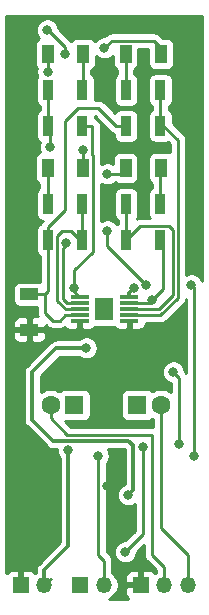
<source format=gbr>
%TF.GenerationSoftware,KiCad,Pcbnew,(5.1.8)-1*%
%TF.CreationDate,2020-11-16T23:50:31-05:00*%
%TF.ProjectId,podemu_customboard,706f6465-6d75-45f6-9375-73746f6d626f,rev?*%
%TF.SameCoordinates,Original*%
%TF.FileFunction,Copper,L1,Top*%
%TF.FilePolarity,Positive*%
%FSLAX46Y46*%
G04 Gerber Fmt 4.6, Leading zero omitted, Abs format (unit mm)*
G04 Created by KiCad (PCBNEW (5.1.8)-1) date 2020-11-16 23:50:31*
%MOMM*%
%LPD*%
G01*
G04 APERTURE LIST*
%TA.AperFunction,SMDPad,CuDef*%
%ADD10R,1.600000X0.300000*%
%TD*%
%TA.AperFunction,SMDPad,CuDef*%
%ADD11R,1.570000X1.880000*%
%TD*%
%TA.AperFunction,ComponentPad*%
%ADD12C,0.400000*%
%TD*%
%TA.AperFunction,ComponentPad*%
%ADD13O,1.350000X1.350000*%
%TD*%
%TA.AperFunction,ComponentPad*%
%ADD14R,1.350000X1.350000*%
%TD*%
%TA.AperFunction,SMDPad,CuDef*%
%ADD15R,1.000000X1.600000*%
%TD*%
%TA.AperFunction,SMDPad,CuDef*%
%ADD16R,0.900000X1.700000*%
%TD*%
%TA.AperFunction,SMDPad,CuDef*%
%ADD17R,1.600000X1.000000*%
%TD*%
%TA.AperFunction,ComponentPad*%
%ADD18C,1.600000*%
%TD*%
%TA.AperFunction,ComponentPad*%
%ADD19R,1.600000X1.600000*%
%TD*%
%TA.AperFunction,ViaPad*%
%ADD20C,0.800000*%
%TD*%
%TA.AperFunction,Conductor*%
%ADD21C,0.250000*%
%TD*%
%TA.AperFunction,Conductor*%
%ADD22C,0.300000*%
%TD*%
%TA.AperFunction,Conductor*%
%ADD23C,0.100000*%
%TD*%
G04 APERTURE END LIST*
D10*
%TO.P,U2,1*%
%TO.N,Net-(C10-Pad1)*%
X172652000Y-119904000D03*
%TO.P,U2,2*%
%TO.N,Net-(R3-Pad1)*%
X172652000Y-120404000D03*
%TO.P,U2,3*%
%TO.N,Net-(R1-Pad1)*%
X172652000Y-120904000D03*
%TO.P,U2,4*%
%TO.N,Net-(C8-Pad1)*%
X172652000Y-121404000D03*
%TO.P,U2,5*%
%TO.N,GND*%
X172652000Y-121904000D03*
%TO.P,U2,6*%
X176852000Y-121904000D03*
%TO.P,U2,7*%
%TO.N,Net-(R2-Pad1)*%
X176852000Y-121404000D03*
%TO.P,U2,8*%
%TO.N,Net-(R4-Pad1)*%
X176852000Y-120904000D03*
%TO.P,U2,9*%
%TO.N,Net-(C9-Pad1)*%
X176852000Y-120404000D03*
%TO.P,U2,10*%
%TO.N,+5V*%
X176852000Y-119904000D03*
D11*
%TO.P,U2,11*%
%TO.N,N/C*%
X174752000Y-120904000D03*
D12*
%TO.P,U2,12*%
X174302000Y-120304000D03*
%TO.P,U2,13*%
X175202000Y-120304000D03*
%TO.P,U2,14*%
X174752000Y-120904000D03*
%TO.P,U2,15*%
X174302000Y-121504000D03*
%TO.P,U2,16*%
X175202000Y-121504000D03*
%TD*%
D13*
%TO.P,L R,3*%
%TO.N,Net-(C9-Pad2)*%
X181832000Y-144272000D03*
%TO.P,L R,2*%
%TO.N,Net-(C10-Pad2)*%
X179832000Y-144272000D03*
D14*
%TO.P,L R,1*%
%TO.N,GND*%
X177832000Y-144272000D03*
%TD*%
D15*
%TO.P,C5,2*%
%TO.N,Net-(BT1-Pad42)*%
X179554000Y-99314000D03*
%TO.P,C5,1*%
%TO.N,Net-(C5-Pad1)*%
X176554000Y-99314000D03*
%TD*%
D16*
%TO.P,R8,2*%
%TO.N,Net-(R2-Pad1)*%
X179504000Y-105410000D03*
%TO.P,R8,1*%
%TO.N,Net-(C8-Pad1)*%
X176604000Y-105410000D03*
%TD*%
%TO.P,R2,1*%
%TO.N,Net-(R2-Pad1)*%
X179504000Y-102362000D03*
%TO.P,R2,2*%
%TO.N,Net-(C5-Pad1)*%
X176604000Y-102362000D03*
%TD*%
D15*
%TO.P,C4,1*%
%TO.N,Net-(C4-Pad1)*%
X169950000Y-108966000D03*
%TO.P,C4,2*%
%TO.N,Net-(BT1-Pad43)*%
X172950000Y-108966000D03*
%TD*%
%TO.P,C6,1*%
%TO.N,Net-(C6-Pad1)*%
X172950000Y-99314000D03*
%TO.P,C6,2*%
%TO.N,Net-(BT1-Pad41)*%
X169950000Y-99314000D03*
%TD*%
%TO.P,C7,2*%
%TO.N,Net-(BT1-Pad40)*%
X176554000Y-108966000D03*
%TO.P,C7,1*%
%TO.N,Net-(C7-Pad1)*%
X179554000Y-108966000D03*
%TD*%
D17*
%TO.P,C8,2*%
%TO.N,GND*%
X168402000Y-122658000D03*
%TO.P,C8,1*%
%TO.N,Net-(C8-Pad1)*%
X168402000Y-119658000D03*
%TD*%
D18*
%TO.P,220uF,2*%
%TO.N,Net-(C9-Pad2)*%
X179546000Y-129032000D03*
D19*
%TO.P,220uF,1*%
%TO.N,Net-(C9-Pad1)*%
X177546000Y-129032000D03*
%TD*%
%TO.P,220uF,1*%
%TO.N,Net-(C10-Pad1)*%
X172212000Y-129032000D03*
D18*
%TO.P,220uF,2*%
%TO.N,Net-(C10-Pad2)*%
X170212000Y-129032000D03*
%TD*%
D13*
%TO.P,- +,2*%
%TO.N,+5V*%
X169672000Y-144272000D03*
D14*
%TO.P,- +,1*%
%TO.N,GND*%
X167672000Y-144272000D03*
%TD*%
D16*
%TO.P,R1,2*%
%TO.N,Net-(C4-Pad1)*%
X170000000Y-112014000D03*
%TO.P,R1,1*%
%TO.N,Net-(R1-Pad1)*%
X172900000Y-112014000D03*
%TD*%
%TO.P,R3,1*%
%TO.N,Net-(R3-Pad1)*%
X170000000Y-102362000D03*
%TO.P,R3,2*%
%TO.N,Net-(C6-Pad1)*%
X172900000Y-102362000D03*
%TD*%
%TO.P,R4,1*%
%TO.N,Net-(R4-Pad1)*%
X176604000Y-112014000D03*
%TO.P,R4,2*%
%TO.N,Net-(C7-Pad1)*%
X179504000Y-112014000D03*
%TD*%
%TO.P,R5,2*%
%TO.N,Net-(C10-Pad1)*%
X172900000Y-105410000D03*
%TO.P,R5,1*%
%TO.N,Net-(R3-Pad1)*%
X170000000Y-105410000D03*
%TD*%
%TO.P,R6,2*%
%TO.N,Net-(R1-Pad1)*%
X172900000Y-115062000D03*
%TO.P,R6,1*%
%TO.N,Net-(C8-Pad1)*%
X170000000Y-115062000D03*
%TD*%
%TO.P,R7,1*%
%TO.N,Net-(R4-Pad1)*%
X176604000Y-115062000D03*
%TO.P,R7,2*%
%TO.N,Net-(C9-Pad1)*%
X179504000Y-115062000D03*
%TD*%
D13*
%TO.P,TX RX,2*%
%TO.N,Net-(BT1-Pad17)*%
X174720000Y-144272000D03*
D14*
%TO.P,TX RX,1*%
%TO.N,Net-(BT1-Pad16)*%
X172720000Y-144272000D03*
%TD*%
D20*
%TO.N,GND*%
X174752000Y-101092000D03*
X175006000Y-107188000D03*
X175006000Y-112014000D03*
X179832000Y-97028000D03*
X167132000Y-124714000D03*
X167132000Y-128524000D03*
X167132000Y-132842000D03*
X167132000Y-141732000D03*
X175514000Y-139192000D03*
X179832000Y-123698000D03*
X167132000Y-117348000D03*
X167132000Y-121158000D03*
X175514000Y-134366000D03*
X174244000Y-126492000D03*
X174498000Y-122936000D03*
X169926000Y-137922000D03*
X175006000Y-135890000D03*
%TO.N,Net-(BT1-Pad16)*%
X178054000Y-132588000D03*
X176530000Y-141478000D03*
X181102000Y-132334000D03*
X175006000Y-114300000D03*
X180594000Y-126238000D03*
X178308000Y-118872000D03*
%TO.N,Net-(BT1-Pad17)*%
X182372000Y-133350000D03*
X174244000Y-133350000D03*
X182118000Y-118872000D03*
%TO.N,+3V3*%
X176784000Y-136652000D03*
X173228000Y-124206000D03*
%TO.N,Net-(BT1-Pad40)*%
X175006000Y-109474000D03*
%TO.N,Net-(BT1-Pad41)*%
X169950000Y-100814000D03*
%TO.N,Net-(BT1-Pad42)*%
X174752000Y-98806000D03*
%TO.N,Net-(BT1-Pad43)*%
X172950000Y-107466000D03*
X171450000Y-99319000D03*
X169926000Y-97282000D03*
%TO.N,+5V*%
X171704000Y-132842000D03*
X177292000Y-119126000D03*
%TO.N,Net-(C9-Pad1)*%
X178816000Y-120142000D03*
%TO.N,Net-(C10-Pad1)*%
X172212000Y-119126000D03*
%TO.N,Net-(R3-Pad1)*%
X171500001Y-115316000D03*
X170180000Y-107188000D03*
%TD*%
D21*
%TO.N,GND*%
X172652000Y-121904000D02*
X172652000Y-122868000D01*
X172652000Y-122868000D02*
X172720000Y-122936000D01*
X172720000Y-122936000D02*
X174498000Y-122936000D01*
X176852000Y-122614000D02*
X176852000Y-121904000D01*
X176530000Y-122936000D02*
X176852000Y-122614000D01*
X174498000Y-122936000D02*
X176530000Y-122936000D01*
%TO.N,Net-(BT1-Pad16)*%
X178054000Y-139954000D02*
X176530000Y-141478000D01*
X178054000Y-132588000D02*
X178054000Y-139954000D01*
X175006000Y-114300000D02*
X175006000Y-115570000D01*
X175006000Y-115570000D02*
X178308000Y-118872000D01*
X181102000Y-126746000D02*
X180594000Y-126238000D01*
X181102000Y-132334000D02*
X181102000Y-126746000D01*
%TO.N,Net-(BT1-Pad17)*%
X182372000Y-133350000D02*
X182372000Y-119126000D01*
X174244000Y-141732000D02*
X174244000Y-133350000D01*
X174720000Y-144272000D02*
X174720000Y-142208000D01*
X174720000Y-142208000D02*
X174244000Y-141732000D01*
D22*
X182118000Y-118872000D02*
X182372000Y-119126000D01*
%TO.N,+3V3*%
X171423874Y-132047008D02*
X171507990Y-132047008D01*
X176789006Y-132047008D02*
X177183999Y-132442001D01*
X171423874Y-132047008D02*
X176789006Y-132047008D01*
X177183999Y-136252001D02*
X176784000Y-136652000D01*
X177183999Y-132442001D02*
X177183999Y-136252001D01*
X168656000Y-130302000D02*
X170401008Y-132047008D01*
X170401008Y-132047008D02*
X171423874Y-132047008D01*
X170688000Y-124206000D02*
X168656000Y-126238000D01*
X168656000Y-126238000D02*
X168656000Y-130302000D01*
X173228000Y-124206000D02*
X170688000Y-124206000D01*
D21*
%TO.N,Net-(BT1-Pad40)*%
X176808000Y-109474000D02*
X175006000Y-109474000D01*
%TO.N,Net-(BT1-Pad41)*%
X169950000Y-99314000D02*
X169950000Y-100814000D01*
%TO.N,Net-(BT1-Pad42)*%
X179554000Y-98782000D02*
X179554000Y-99314000D01*
X178960999Y-98188999D02*
X179554000Y-98782000D01*
X175369001Y-98188999D02*
X178960999Y-98188999D01*
X174752000Y-98806000D02*
X175369001Y-98188999D01*
%TO.N,Net-(BT1-Pad43)*%
X172950000Y-108966000D02*
X172950000Y-107466000D01*
X171450000Y-98753315D02*
X169978685Y-97282000D01*
X171450000Y-99319000D02*
X171450000Y-98753315D01*
X169978685Y-97282000D02*
X169926000Y-97282000D01*
%TO.N,+5V*%
X170194000Y-143750000D02*
X169672000Y-144272000D01*
D22*
X169672000Y-144272000D02*
X169672000Y-143002000D01*
X169672000Y-143002000D02*
X171704000Y-140970000D01*
X171704000Y-140970000D02*
X171704000Y-132842000D01*
X176852000Y-119566000D02*
X177292000Y-119126000D01*
X176852000Y-119904000D02*
X176852000Y-119566000D01*
D21*
%TO.N,Net-(C4-Pad1)*%
X169950000Y-111964000D02*
X170000000Y-112014000D01*
X169950000Y-108966000D02*
X169950000Y-111964000D01*
%TO.N,Net-(C5-Pad1)*%
X176554000Y-99314000D02*
X176554000Y-102312000D01*
X176554000Y-102312000D02*
X176604000Y-102362000D01*
%TO.N,Net-(C6-Pad1)*%
X172950000Y-102312000D02*
X172900000Y-102362000D01*
X172950000Y-99314000D02*
X172950000Y-102312000D01*
%TO.N,Net-(C7-Pad1)*%
X179504000Y-109016000D02*
X179554000Y-108966000D01*
X179504000Y-112014000D02*
X179504000Y-109016000D01*
%TO.N,Net-(C8-Pad1)*%
X170000000Y-115062000D02*
X170000000Y-119415412D01*
X168402000Y-119658000D02*
X169734588Y-119658000D01*
X170000000Y-113962000D02*
X171450000Y-112512000D01*
X170000000Y-115062000D02*
X170000000Y-113962000D01*
X171450000Y-104974998D02*
X172538998Y-103886000D01*
X171450000Y-112512000D02*
X171450000Y-104974998D01*
X169757412Y-119658000D02*
X170000000Y-119415412D01*
X169734588Y-119658000D02*
X169757412Y-119658000D01*
X169757412Y-121243412D02*
X169757412Y-119658000D01*
X170418000Y-121904000D02*
X169757412Y-121243412D01*
X174244000Y-103886000D02*
X175768000Y-105410000D01*
X172538998Y-103886000D02*
X174244000Y-103886000D01*
X175768000Y-105410000D02*
X176604000Y-105410000D01*
X171458000Y-121404000D02*
X170958000Y-121904000D01*
X170958000Y-121904000D02*
X170418000Y-121904000D01*
X172652000Y-121404000D02*
X171458000Y-121404000D01*
%TO.N,Net-(C9-Pad2)*%
X179546000Y-129032000D02*
X179546000Y-139414000D01*
X181832000Y-141700000D02*
X181832000Y-144272000D01*
X179546000Y-139414000D02*
X181832000Y-141700000D01*
%TO.N,Net-(C9-Pad1)*%
X178554000Y-120404000D02*
X176852000Y-120404000D01*
X178816000Y-120142000D02*
X178554000Y-120404000D01*
X179758000Y-119200000D02*
X178816000Y-120142000D01*
X179758000Y-115570000D02*
X179758000Y-119200000D01*
%TO.N,Net-(C10-Pad1)*%
X172900000Y-105410000D02*
X173736000Y-105410000D01*
X173736000Y-107866998D02*
X173775001Y-107905999D01*
X173736000Y-105410000D02*
X173736000Y-107866998D01*
X173775001Y-107905999D02*
X173775001Y-113577001D01*
X172212000Y-119464000D02*
X172652000Y-119904000D01*
X172212000Y-119126000D02*
X172212000Y-119464000D01*
X172212000Y-117635002D02*
X172212000Y-119126000D01*
X173775001Y-116072001D02*
X172212000Y-117635002D01*
X173775001Y-113577001D02*
X173775001Y-116072001D01*
%TO.N,Net-(C10-Pad2)*%
X170212000Y-130163370D02*
X171620630Y-131572000D01*
X170212000Y-129032000D02*
X170212000Y-130163370D01*
X171620630Y-131572000D02*
X178816000Y-131572000D01*
X178816000Y-131572000D02*
X178816000Y-141732000D01*
X179832000Y-142748000D02*
X179832000Y-144272000D01*
X178816000Y-141732000D02*
X179832000Y-142748000D01*
%TO.N,Net-(R1-Pad1)*%
X172900000Y-112014000D02*
X172900000Y-115062000D01*
X172900000Y-115062000D02*
X172720000Y-115062000D01*
X172720000Y-115062000D02*
X171958000Y-114300000D01*
X171465590Y-120904000D02*
X172652000Y-120904000D01*
X170775002Y-120213412D02*
X171465590Y-120904000D01*
X170775001Y-114720999D02*
X170775002Y-120213412D01*
X171196000Y-114300000D02*
X170775001Y-114720999D01*
X171958000Y-114300000D02*
X171196000Y-114300000D01*
%TO.N,Net-(R2-Pad1)*%
X179316000Y-121404000D02*
X176852000Y-121404000D01*
X179340999Y-121428999D02*
X179316000Y-121404000D01*
X179498413Y-121428999D02*
X179340999Y-121428999D01*
X180983010Y-119944402D02*
X179498413Y-121428999D01*
X180983010Y-106635010D02*
X180983010Y-119944402D01*
X179758000Y-105410000D02*
X180983010Y-106635010D01*
X179504000Y-102362000D02*
X179504000Y-105410000D01*
%TO.N,Net-(R3-Pad1)*%
X170000000Y-102362000D02*
X170000000Y-105410000D01*
X171602000Y-120404000D02*
X171225011Y-120027011D01*
X172652000Y-120404000D02*
X171602000Y-120404000D01*
X171225011Y-120027011D02*
X171225010Y-119733400D01*
X171225010Y-119733400D02*
X171225010Y-115794990D01*
X171225010Y-115794990D02*
X171450000Y-115570000D01*
X171450000Y-115366001D02*
X171500001Y-115316000D01*
X171450000Y-115570000D02*
X171450000Y-115366001D01*
X170180000Y-105590000D02*
X170000000Y-105410000D01*
X170180000Y-107188000D02*
X170180000Y-105590000D01*
%TO.N,Net-(R4-Pad1)*%
X176604000Y-115062000D02*
X176604000Y-112014000D01*
X179387002Y-120904000D02*
X176852000Y-120904000D01*
X180533001Y-114205999D02*
X180533001Y-119758001D01*
X180214001Y-113886999D02*
X180533001Y-114205999D01*
X177779001Y-113886999D02*
X180214001Y-113886999D01*
X180533001Y-119758001D02*
X179387002Y-120904000D01*
X176604000Y-115062000D02*
X177779001Y-113886999D01*
%TD*%
%TO.N,GND*%
X176459000Y-135731286D02*
X176322164Y-135787966D01*
X176162473Y-135894668D01*
X176026668Y-136030473D01*
X175919966Y-136190164D01*
X175846468Y-136367603D01*
X175809000Y-136555971D01*
X175809000Y-136748029D01*
X175846468Y-136936397D01*
X175919966Y-137113836D01*
X176026668Y-137273527D01*
X176162473Y-137409332D01*
X176322164Y-137516034D01*
X176499603Y-137589532D01*
X176687971Y-137627000D01*
X176880029Y-137627000D01*
X177068397Y-137589532D01*
X177245836Y-137516034D01*
X177354001Y-137443761D01*
X177354001Y-139664050D01*
X176515051Y-140503000D01*
X176433971Y-140503000D01*
X176245603Y-140540468D01*
X176068164Y-140613966D01*
X175908473Y-140720668D01*
X175772668Y-140856473D01*
X175665966Y-141016164D01*
X175592468Y-141193603D01*
X175555000Y-141381971D01*
X175555000Y-141574029D01*
X175592468Y-141762397D01*
X175665966Y-141939836D01*
X175772668Y-142099527D01*
X175908473Y-142235332D01*
X176068164Y-142342034D01*
X176245603Y-142415532D01*
X176433971Y-142453000D01*
X176626029Y-142453000D01*
X176814397Y-142415532D01*
X176991836Y-142342034D01*
X177151527Y-142235332D01*
X177287332Y-142099527D01*
X177394034Y-141939836D01*
X177467532Y-141762397D01*
X177505000Y-141574029D01*
X177505000Y-141492949D01*
X178116001Y-140881948D01*
X178116001Y-141697603D01*
X178112613Y-141732000D01*
X178126129Y-141869223D01*
X178166155Y-142001174D01*
X178231155Y-142122781D01*
X178296708Y-142202657D01*
X178318631Y-142229370D01*
X178345342Y-142251291D01*
X179132000Y-143037950D01*
X179132000Y-143236363D01*
X179051623Y-143290070D01*
X179029183Y-143248089D01*
X178951080Y-143152920D01*
X178855911Y-143074817D01*
X178747334Y-143016781D01*
X178629521Y-142981043D01*
X178507000Y-142968976D01*
X178113250Y-142972000D01*
X177957000Y-143128250D01*
X177957000Y-144147000D01*
X177977000Y-144147000D01*
X177977000Y-144397000D01*
X177957000Y-144397000D01*
X177957000Y-144417000D01*
X177707000Y-144417000D01*
X177707000Y-144397000D01*
X176688250Y-144397000D01*
X176532000Y-144553250D01*
X176528976Y-144947000D01*
X176541043Y-145069521D01*
X176576781Y-145187334D01*
X176634817Y-145295911D01*
X176712920Y-145391080D01*
X176784714Y-145450000D01*
X175142463Y-145450000D01*
X175312097Y-145379735D01*
X175516828Y-145242938D01*
X175690938Y-145068828D01*
X175827735Y-144864097D01*
X175921963Y-144636611D01*
X175970000Y-144395114D01*
X175970000Y-144148886D01*
X175921963Y-143907389D01*
X175827735Y-143679903D01*
X175772341Y-143597000D01*
X176528976Y-143597000D01*
X176532000Y-143990750D01*
X176688250Y-144147000D01*
X177707000Y-144147000D01*
X177707000Y-143128250D01*
X177550750Y-142972000D01*
X177157000Y-142968976D01*
X177034479Y-142981043D01*
X176916666Y-143016781D01*
X176808089Y-143074817D01*
X176712920Y-143152920D01*
X176634817Y-143248089D01*
X176576781Y-143356666D01*
X176541043Y-143474479D01*
X176528976Y-143597000D01*
X175772341Y-143597000D01*
X175690938Y-143475172D01*
X175516828Y-143301062D01*
X175420000Y-143236364D01*
X175420000Y-142242390D01*
X175423387Y-142208000D01*
X175409872Y-142070776D01*
X175369845Y-141938825D01*
X175304845Y-141817219D01*
X175239292Y-141737342D01*
X175239291Y-141737341D01*
X175217370Y-141710630D01*
X175190658Y-141688708D01*
X174944000Y-141442051D01*
X174944000Y-134028859D01*
X175001332Y-133971527D01*
X175108034Y-133811836D01*
X175181532Y-133634397D01*
X175219000Y-133446029D01*
X175219000Y-133253971D01*
X175181532Y-133065603D01*
X175108034Y-132888164D01*
X175030421Y-132772008D01*
X176458999Y-132772008D01*
X176459000Y-135731286D01*
%TA.AperFunction,Conductor*%
D23*
G36*
X176459000Y-135731286D02*
G01*
X176322164Y-135787966D01*
X176162473Y-135894668D01*
X176026668Y-136030473D01*
X175919966Y-136190164D01*
X175846468Y-136367603D01*
X175809000Y-136555971D01*
X175809000Y-136748029D01*
X175846468Y-136936397D01*
X175919966Y-137113836D01*
X176026668Y-137273527D01*
X176162473Y-137409332D01*
X176322164Y-137516034D01*
X176499603Y-137589532D01*
X176687971Y-137627000D01*
X176880029Y-137627000D01*
X177068397Y-137589532D01*
X177245836Y-137516034D01*
X177354001Y-137443761D01*
X177354001Y-139664050D01*
X176515051Y-140503000D01*
X176433971Y-140503000D01*
X176245603Y-140540468D01*
X176068164Y-140613966D01*
X175908473Y-140720668D01*
X175772668Y-140856473D01*
X175665966Y-141016164D01*
X175592468Y-141193603D01*
X175555000Y-141381971D01*
X175555000Y-141574029D01*
X175592468Y-141762397D01*
X175665966Y-141939836D01*
X175772668Y-142099527D01*
X175908473Y-142235332D01*
X176068164Y-142342034D01*
X176245603Y-142415532D01*
X176433971Y-142453000D01*
X176626029Y-142453000D01*
X176814397Y-142415532D01*
X176991836Y-142342034D01*
X177151527Y-142235332D01*
X177287332Y-142099527D01*
X177394034Y-141939836D01*
X177467532Y-141762397D01*
X177505000Y-141574029D01*
X177505000Y-141492949D01*
X178116001Y-140881948D01*
X178116001Y-141697603D01*
X178112613Y-141732000D01*
X178126129Y-141869223D01*
X178166155Y-142001174D01*
X178231155Y-142122781D01*
X178296708Y-142202657D01*
X178318631Y-142229370D01*
X178345342Y-142251291D01*
X179132000Y-143037950D01*
X179132000Y-143236363D01*
X179051623Y-143290070D01*
X179029183Y-143248089D01*
X178951080Y-143152920D01*
X178855911Y-143074817D01*
X178747334Y-143016781D01*
X178629521Y-142981043D01*
X178507000Y-142968976D01*
X178113250Y-142972000D01*
X177957000Y-143128250D01*
X177957000Y-144147000D01*
X177977000Y-144147000D01*
X177977000Y-144397000D01*
X177957000Y-144397000D01*
X177957000Y-144417000D01*
X177707000Y-144417000D01*
X177707000Y-144397000D01*
X176688250Y-144397000D01*
X176532000Y-144553250D01*
X176528976Y-144947000D01*
X176541043Y-145069521D01*
X176576781Y-145187334D01*
X176634817Y-145295911D01*
X176712920Y-145391080D01*
X176784714Y-145450000D01*
X175142463Y-145450000D01*
X175312097Y-145379735D01*
X175516828Y-145242938D01*
X175690938Y-145068828D01*
X175827735Y-144864097D01*
X175921963Y-144636611D01*
X175970000Y-144395114D01*
X175970000Y-144148886D01*
X175921963Y-143907389D01*
X175827735Y-143679903D01*
X175772341Y-143597000D01*
X176528976Y-143597000D01*
X176532000Y-143990750D01*
X176688250Y-144147000D01*
X177707000Y-144147000D01*
X177707000Y-143128250D01*
X177550750Y-142972000D01*
X177157000Y-142968976D01*
X177034479Y-142981043D01*
X176916666Y-143016781D01*
X176808089Y-143074817D01*
X176712920Y-143152920D01*
X176634817Y-143248089D01*
X176576781Y-143356666D01*
X176541043Y-143474479D01*
X176528976Y-143597000D01*
X175772341Y-143597000D01*
X175690938Y-143475172D01*
X175516828Y-143301062D01*
X175420000Y-143236364D01*
X175420000Y-142242390D01*
X175423387Y-142208000D01*
X175409872Y-142070776D01*
X175369845Y-141938825D01*
X175304845Y-141817219D01*
X175239292Y-141737342D01*
X175239291Y-141737341D01*
X175217370Y-141710630D01*
X175190658Y-141688708D01*
X174944000Y-141442051D01*
X174944000Y-134028859D01*
X175001332Y-133971527D01*
X175108034Y-133811836D01*
X175181532Y-133634397D01*
X175219000Y-133446029D01*
X175219000Y-133253971D01*
X175181532Y-133065603D01*
X175108034Y-132888164D01*
X175030421Y-132772008D01*
X176458999Y-132772008D01*
X176459000Y-135731286D01*
G37*
%TD.AperFunction*%
D21*
X183042001Y-118554935D02*
X182982034Y-118410164D01*
X182875332Y-118250473D01*
X182739527Y-118114668D01*
X182579836Y-118007966D01*
X182402397Y-117934468D01*
X182214029Y-117897000D01*
X182021971Y-117897000D01*
X181833603Y-117934468D01*
X181683010Y-117996846D01*
X181683010Y-106669397D01*
X181686397Y-106635010D01*
X181681077Y-106580998D01*
X181672882Y-106497786D01*
X181632855Y-106365835D01*
X181567855Y-106244229D01*
X181542226Y-106213000D01*
X181502302Y-106164352D01*
X181502297Y-106164347D01*
X181480379Y-106137640D01*
X181453673Y-106115723D01*
X180531782Y-105193833D01*
X180531782Y-104560000D01*
X180520680Y-104447280D01*
X180487801Y-104338892D01*
X180434408Y-104239002D01*
X180362554Y-104151446D01*
X180274998Y-104079592D01*
X180204000Y-104041642D01*
X180204000Y-103730358D01*
X180274998Y-103692408D01*
X180362554Y-103620554D01*
X180434408Y-103532998D01*
X180487801Y-103433108D01*
X180520680Y-103324720D01*
X180531782Y-103212000D01*
X180531782Y-101512000D01*
X180520680Y-101399280D01*
X180487801Y-101290892D01*
X180434408Y-101191002D01*
X180362554Y-101103446D01*
X180274998Y-101031592D01*
X180175108Y-100978199D01*
X180066720Y-100945320D01*
X179954000Y-100934218D01*
X179054000Y-100934218D01*
X178941280Y-100945320D01*
X178832892Y-100978199D01*
X178733002Y-101031592D01*
X178645446Y-101103446D01*
X178573592Y-101191002D01*
X178520199Y-101290892D01*
X178487320Y-101399280D01*
X178476218Y-101512000D01*
X178476218Y-103212000D01*
X178487320Y-103324720D01*
X178520199Y-103433108D01*
X178573592Y-103532998D01*
X178645446Y-103620554D01*
X178733002Y-103692408D01*
X178804000Y-103730358D01*
X178804001Y-104041642D01*
X178733002Y-104079592D01*
X178645446Y-104151446D01*
X178573592Y-104239002D01*
X178520199Y-104338892D01*
X178487320Y-104447280D01*
X178476218Y-104560000D01*
X178476218Y-106260000D01*
X178487320Y-106372720D01*
X178520199Y-106481108D01*
X178573592Y-106580998D01*
X178645446Y-106668554D01*
X178733002Y-106740408D01*
X178832892Y-106793801D01*
X178941280Y-106826680D01*
X179054000Y-106837782D01*
X179954000Y-106837782D01*
X180066720Y-106826680D01*
X180157264Y-106799214D01*
X180283010Y-106924960D01*
X180283010Y-107636423D01*
X180275108Y-107632199D01*
X180166720Y-107599320D01*
X180054000Y-107588218D01*
X179054000Y-107588218D01*
X178941280Y-107599320D01*
X178832892Y-107632199D01*
X178733002Y-107685592D01*
X178645446Y-107757446D01*
X178573592Y-107845002D01*
X178520199Y-107944892D01*
X178487320Y-108053280D01*
X178476218Y-108166000D01*
X178476218Y-109766000D01*
X178487320Y-109878720D01*
X178520199Y-109987108D01*
X178573592Y-110086998D01*
X178645446Y-110174554D01*
X178733002Y-110246408D01*
X178804001Y-110284358D01*
X178804000Y-110645642D01*
X178733002Y-110683592D01*
X178645446Y-110755446D01*
X178573592Y-110843002D01*
X178520199Y-110942892D01*
X178487320Y-111051280D01*
X178476218Y-111164000D01*
X178476218Y-112864000D01*
X178487320Y-112976720D01*
X178520199Y-113085108D01*
X178573592Y-113184998D01*
X178575234Y-113186999D01*
X177813387Y-113186999D01*
X177779000Y-113183612D01*
X177744613Y-113186999D01*
X177744611Y-113186999D01*
X177641777Y-113197127D01*
X177509826Y-113237154D01*
X177477367Y-113254504D01*
X177534408Y-113184998D01*
X177587801Y-113085108D01*
X177620680Y-112976720D01*
X177631782Y-112864000D01*
X177631782Y-111164000D01*
X177620680Y-111051280D01*
X177587801Y-110942892D01*
X177534408Y-110843002D01*
X177462554Y-110755446D01*
X177374998Y-110683592D01*
X177275108Y-110630199D01*
X177166720Y-110597320D01*
X177054000Y-110586218D01*
X176154000Y-110586218D01*
X176041280Y-110597320D01*
X175932892Y-110630199D01*
X175833002Y-110683592D01*
X175745446Y-110755446D01*
X175673592Y-110843002D01*
X175620199Y-110942892D01*
X175587320Y-111051280D01*
X175576218Y-111164000D01*
X175576218Y-112864000D01*
X175587320Y-112976720D01*
X175620199Y-113085108D01*
X175673592Y-113184998D01*
X175745446Y-113272554D01*
X175833002Y-113344408D01*
X175904001Y-113382358D01*
X175904000Y-113693642D01*
X175833002Y-113731592D01*
X175810929Y-113749707D01*
X175763332Y-113678473D01*
X175627527Y-113542668D01*
X175467836Y-113435966D01*
X175290397Y-113362468D01*
X175102029Y-113325000D01*
X174909971Y-113325000D01*
X174721603Y-113362468D01*
X174544164Y-113435966D01*
X174475001Y-113482179D01*
X174475001Y-110291821D01*
X174544164Y-110338034D01*
X174721603Y-110411532D01*
X174909971Y-110449000D01*
X175102029Y-110449000D01*
X175290397Y-110411532D01*
X175467836Y-110338034D01*
X175627527Y-110231332D01*
X175666789Y-110192070D01*
X175733002Y-110246408D01*
X175832892Y-110299801D01*
X175941280Y-110332680D01*
X176054000Y-110343782D01*
X177054000Y-110343782D01*
X177166720Y-110332680D01*
X177275108Y-110299801D01*
X177374998Y-110246408D01*
X177462554Y-110174554D01*
X177534408Y-110086998D01*
X177587801Y-109987108D01*
X177620680Y-109878720D01*
X177631782Y-109766000D01*
X177631782Y-108166000D01*
X177620680Y-108053280D01*
X177587801Y-107944892D01*
X177534408Y-107845002D01*
X177462554Y-107757446D01*
X177374998Y-107685592D01*
X177275108Y-107632199D01*
X177166720Y-107599320D01*
X177054000Y-107588218D01*
X176054000Y-107588218D01*
X175941280Y-107599320D01*
X175832892Y-107632199D01*
X175733002Y-107685592D01*
X175645446Y-107757446D01*
X175573592Y-107845002D01*
X175520199Y-107944892D01*
X175487320Y-108053280D01*
X175476218Y-108166000D01*
X175476218Y-108615567D01*
X175467836Y-108609966D01*
X175290397Y-108536468D01*
X175102029Y-108499000D01*
X174909971Y-108499000D01*
X174721603Y-108536468D01*
X174544164Y-108609966D01*
X174475001Y-108656179D01*
X174475001Y-107940386D01*
X174478388Y-107905999D01*
X174474547Y-107866998D01*
X174464873Y-107768775D01*
X174436000Y-107673594D01*
X174436000Y-105444390D01*
X174439387Y-105410000D01*
X174425872Y-105272776D01*
X174385845Y-105140825D01*
X174320845Y-105019219D01*
X174233370Y-104912630D01*
X174126781Y-104825155D01*
X174005175Y-104760155D01*
X173927782Y-104736678D01*
X173927782Y-104586000D01*
X173954051Y-104586000D01*
X175248704Y-105880653D01*
X175270630Y-105907370D01*
X175377219Y-105994845D01*
X175498825Y-106059845D01*
X175576218Y-106083322D01*
X175576218Y-106260000D01*
X175587320Y-106372720D01*
X175620199Y-106481108D01*
X175673592Y-106580998D01*
X175745446Y-106668554D01*
X175833002Y-106740408D01*
X175932892Y-106793801D01*
X176041280Y-106826680D01*
X176154000Y-106837782D01*
X177054000Y-106837782D01*
X177166720Y-106826680D01*
X177275108Y-106793801D01*
X177374998Y-106740408D01*
X177462554Y-106668554D01*
X177534408Y-106580998D01*
X177587801Y-106481108D01*
X177620680Y-106372720D01*
X177631782Y-106260000D01*
X177631782Y-104560000D01*
X177620680Y-104447280D01*
X177587801Y-104338892D01*
X177534408Y-104239002D01*
X177462554Y-104151446D01*
X177374998Y-104079592D01*
X177275108Y-104026199D01*
X177166720Y-103993320D01*
X177054000Y-103982218D01*
X176154000Y-103982218D01*
X176041280Y-103993320D01*
X175932892Y-104026199D01*
X175833002Y-104079592D01*
X175745446Y-104151446D01*
X175673592Y-104239002D01*
X175643412Y-104295463D01*
X174763296Y-103415347D01*
X174741370Y-103388630D01*
X174634781Y-103301155D01*
X174513175Y-103236155D01*
X174381224Y-103196128D01*
X174278390Y-103186000D01*
X174278387Y-103186000D01*
X174244000Y-103182613D01*
X174209613Y-103186000D01*
X173927782Y-103186000D01*
X173927782Y-101512000D01*
X173916680Y-101399280D01*
X173883801Y-101290892D01*
X173830408Y-101191002D01*
X173758554Y-101103446D01*
X173670998Y-101031592D01*
X173650000Y-101020368D01*
X173650000Y-100654204D01*
X173671108Y-100647801D01*
X173770998Y-100594408D01*
X173858554Y-100522554D01*
X173930408Y-100434998D01*
X173983801Y-100335108D01*
X174016680Y-100226720D01*
X174027782Y-100114000D01*
X174027782Y-99460641D01*
X174130473Y-99563332D01*
X174290164Y-99670034D01*
X174467603Y-99743532D01*
X174655971Y-99781000D01*
X174848029Y-99781000D01*
X175036397Y-99743532D01*
X175213836Y-99670034D01*
X175373527Y-99563332D01*
X175476218Y-99460641D01*
X175476218Y-100114000D01*
X175487320Y-100226720D01*
X175520199Y-100335108D01*
X175573592Y-100434998D01*
X175645446Y-100522554D01*
X175733002Y-100594408D01*
X175832892Y-100647801D01*
X175854000Y-100654204D01*
X175854001Y-101020368D01*
X175833002Y-101031592D01*
X175745446Y-101103446D01*
X175673592Y-101191002D01*
X175620199Y-101290892D01*
X175587320Y-101399280D01*
X175576218Y-101512000D01*
X175576218Y-103212000D01*
X175587320Y-103324720D01*
X175620199Y-103433108D01*
X175673592Y-103532998D01*
X175745446Y-103620554D01*
X175833002Y-103692408D01*
X175932892Y-103745801D01*
X176041280Y-103778680D01*
X176154000Y-103789782D01*
X177054000Y-103789782D01*
X177166720Y-103778680D01*
X177275108Y-103745801D01*
X177374998Y-103692408D01*
X177462554Y-103620554D01*
X177534408Y-103532998D01*
X177587801Y-103433108D01*
X177620680Y-103324720D01*
X177631782Y-103212000D01*
X177631782Y-101512000D01*
X177620680Y-101399280D01*
X177587801Y-101290892D01*
X177534408Y-101191002D01*
X177462554Y-101103446D01*
X177374998Y-101031592D01*
X177275108Y-100978199D01*
X177254000Y-100971796D01*
X177254000Y-100654204D01*
X177275108Y-100647801D01*
X177374998Y-100594408D01*
X177462554Y-100522554D01*
X177534408Y-100434998D01*
X177587801Y-100335108D01*
X177620680Y-100226720D01*
X177631782Y-100114000D01*
X177631782Y-98888999D01*
X178476218Y-98888999D01*
X178476218Y-100114000D01*
X178487320Y-100226720D01*
X178520199Y-100335108D01*
X178573592Y-100434998D01*
X178645446Y-100522554D01*
X178733002Y-100594408D01*
X178832892Y-100647801D01*
X178941280Y-100680680D01*
X179054000Y-100691782D01*
X180054000Y-100691782D01*
X180166720Y-100680680D01*
X180275108Y-100647801D01*
X180374998Y-100594408D01*
X180462554Y-100522554D01*
X180534408Y-100434998D01*
X180587801Y-100335108D01*
X180620680Y-100226720D01*
X180631782Y-100114000D01*
X180631782Y-98514000D01*
X180620680Y-98401280D01*
X180587801Y-98292892D01*
X180534408Y-98193002D01*
X180462554Y-98105446D01*
X180374998Y-98033592D01*
X180275108Y-97980199D01*
X180166720Y-97947320D01*
X180054000Y-97936218D01*
X179698167Y-97936218D01*
X179480295Y-97718346D01*
X179458369Y-97691629D01*
X179351780Y-97604154D01*
X179230174Y-97539154D01*
X179098223Y-97499127D01*
X178995389Y-97488999D01*
X178995386Y-97488999D01*
X178960999Y-97485612D01*
X178926612Y-97488999D01*
X175403387Y-97488999D01*
X175369000Y-97485612D01*
X175334613Y-97488999D01*
X175334611Y-97488999D01*
X175231777Y-97499127D01*
X175099826Y-97539154D01*
X174978219Y-97604154D01*
X174898343Y-97669707D01*
X174871631Y-97691629D01*
X174849709Y-97718341D01*
X174737050Y-97831000D01*
X174655971Y-97831000D01*
X174467603Y-97868468D01*
X174290164Y-97941966D01*
X174130473Y-98048668D01*
X173994668Y-98184473D01*
X173956435Y-98241694D01*
X173930408Y-98193002D01*
X173858554Y-98105446D01*
X173770998Y-98033592D01*
X173671108Y-97980199D01*
X173562720Y-97947320D01*
X173450000Y-97936218D01*
X172450000Y-97936218D01*
X172337280Y-97947320D01*
X172228892Y-97980199D01*
X172129002Y-98033592D01*
X172041446Y-98105446D01*
X171969592Y-98193002D01*
X171939431Y-98249429D01*
X171920658Y-98234023D01*
X170901000Y-97214366D01*
X170901000Y-97185971D01*
X170863532Y-96997603D01*
X170790034Y-96820164D01*
X170683332Y-96660473D01*
X170547527Y-96524668D01*
X170387836Y-96417966D01*
X170210397Y-96344468D01*
X170022029Y-96307000D01*
X169829971Y-96307000D01*
X169641603Y-96344468D01*
X169464164Y-96417966D01*
X169304473Y-96524668D01*
X169168668Y-96660473D01*
X169061966Y-96820164D01*
X168988468Y-96997603D01*
X168951000Y-97185971D01*
X168951000Y-97378029D01*
X168988468Y-97566397D01*
X169061966Y-97743836D01*
X169168668Y-97903527D01*
X169241512Y-97976371D01*
X169228892Y-97980199D01*
X169129002Y-98033592D01*
X169041446Y-98105446D01*
X168969592Y-98193002D01*
X168916199Y-98292892D01*
X168883320Y-98401280D01*
X168872218Y-98514000D01*
X168872218Y-100114000D01*
X168883320Y-100226720D01*
X168916199Y-100335108D01*
X168969592Y-100434998D01*
X169024129Y-100501452D01*
X169012468Y-100529603D01*
X168975000Y-100717971D01*
X168975000Y-100910029D01*
X169012468Y-101098397D01*
X169059019Y-101210782D01*
X169016199Y-101290892D01*
X168983320Y-101399280D01*
X168972218Y-101512000D01*
X168972218Y-103212000D01*
X168983320Y-103324720D01*
X169016199Y-103433108D01*
X169069592Y-103532998D01*
X169141446Y-103620554D01*
X169229002Y-103692408D01*
X169300000Y-103730358D01*
X169300001Y-104041642D01*
X169229002Y-104079592D01*
X169141446Y-104151446D01*
X169069592Y-104239002D01*
X169016199Y-104338892D01*
X168983320Y-104447280D01*
X168972218Y-104560000D01*
X168972218Y-106260000D01*
X168983320Y-106372720D01*
X169016199Y-106481108D01*
X169069592Y-106580998D01*
X169141446Y-106668554D01*
X169229002Y-106740408D01*
X169295371Y-106775884D01*
X169242468Y-106903603D01*
X169205000Y-107091971D01*
X169205000Y-107284029D01*
X169242468Y-107472397D01*
X169299756Y-107610703D01*
X169228892Y-107632199D01*
X169129002Y-107685592D01*
X169041446Y-107757446D01*
X168969592Y-107845002D01*
X168916199Y-107944892D01*
X168883320Y-108053280D01*
X168872218Y-108166000D01*
X168872218Y-109766000D01*
X168883320Y-109878720D01*
X168916199Y-109987108D01*
X168969592Y-110086998D01*
X169041446Y-110174554D01*
X169129002Y-110246408D01*
X169228892Y-110299801D01*
X169250000Y-110306204D01*
X169250001Y-110672368D01*
X169229002Y-110683592D01*
X169141446Y-110755446D01*
X169069592Y-110843002D01*
X169016199Y-110942892D01*
X168983320Y-111051280D01*
X168972218Y-111164000D01*
X168972218Y-112864000D01*
X168983320Y-112976720D01*
X169016199Y-113085108D01*
X169069592Y-113184998D01*
X169141446Y-113272554D01*
X169229002Y-113344408D01*
X169328892Y-113397801D01*
X169437280Y-113430680D01*
X169532038Y-113440013D01*
X169529342Y-113442709D01*
X169502631Y-113464630D01*
X169480710Y-113491341D01*
X169480708Y-113491343D01*
X169415155Y-113571219D01*
X169363601Y-113667670D01*
X169328892Y-113678199D01*
X169229002Y-113731592D01*
X169141446Y-113803446D01*
X169069592Y-113891002D01*
X169016199Y-113990892D01*
X168983320Y-114099280D01*
X168972218Y-114212000D01*
X168972218Y-115912000D01*
X168983320Y-116024720D01*
X169016199Y-116133108D01*
X169069592Y-116232998D01*
X169141446Y-116320554D01*
X169229002Y-116392408D01*
X169300000Y-116430358D01*
X169300001Y-118589870D01*
X169202000Y-118580218D01*
X167602000Y-118580218D01*
X167489280Y-118591320D01*
X167380892Y-118624199D01*
X167281002Y-118677592D01*
X167193446Y-118749446D01*
X167121592Y-118837002D01*
X167068199Y-118936892D01*
X167035320Y-119045280D01*
X167024218Y-119158000D01*
X167024218Y-120158000D01*
X167035320Y-120270720D01*
X167068199Y-120379108D01*
X167121592Y-120478998D01*
X167193446Y-120566554D01*
X167281002Y-120638408D01*
X167380892Y-120691801D01*
X167489280Y-120724680D01*
X167602000Y-120735782D01*
X169057412Y-120735782D01*
X169057412Y-121209025D01*
X169054025Y-121243412D01*
X169057412Y-121277799D01*
X169057412Y-121277801D01*
X169067540Y-121380635D01*
X169083529Y-121433343D01*
X169107567Y-121512586D01*
X169117127Y-121530471D01*
X168683250Y-121533000D01*
X168527000Y-121689250D01*
X168527000Y-122533000D01*
X169670750Y-122533000D01*
X169827000Y-122376750D01*
X169828006Y-122303955D01*
X169898704Y-122374653D01*
X169920630Y-122401370D01*
X170027219Y-122488845D01*
X170148825Y-122553845D01*
X170238445Y-122581031D01*
X170280776Y-122593872D01*
X170418000Y-122607387D01*
X170452390Y-122604000D01*
X170923613Y-122604000D01*
X170958000Y-122607387D01*
X170992387Y-122604000D01*
X170992390Y-122604000D01*
X171095224Y-122593872D01*
X171227175Y-122553845D01*
X171348781Y-122488845D01*
X171379726Y-122463449D01*
X171414200Y-122504273D01*
X171510456Y-122581031D01*
X171619838Y-122637536D01*
X171738141Y-122671617D01*
X171860820Y-122681962D01*
X172370750Y-122679000D01*
X172527000Y-122522750D01*
X172527000Y-122131782D01*
X172777000Y-122131782D01*
X172777000Y-122522750D01*
X172933250Y-122679000D01*
X173443180Y-122681962D01*
X173565859Y-122671617D01*
X173684162Y-122637536D01*
X173793544Y-122581031D01*
X173889800Y-122504273D01*
X173960038Y-122421096D01*
X173967000Y-122421782D01*
X175537000Y-122421782D01*
X175543962Y-122421096D01*
X175614200Y-122504273D01*
X175710456Y-122581031D01*
X175819838Y-122637536D01*
X175938141Y-122671617D01*
X176060820Y-122681962D01*
X176570750Y-122679000D01*
X176727000Y-122522750D01*
X176727000Y-122131782D01*
X176977000Y-122131782D01*
X176977000Y-122522750D01*
X177133250Y-122679000D01*
X177643180Y-122681962D01*
X177765859Y-122671617D01*
X177884162Y-122637536D01*
X177993544Y-122581031D01*
X178089800Y-122504273D01*
X178169231Y-122410210D01*
X178228786Y-122302459D01*
X178266175Y-122185160D01*
X178274968Y-122104000D01*
X179154752Y-122104000D01*
X179203775Y-122118871D01*
X179306609Y-122128999D01*
X179306612Y-122128999D01*
X179340999Y-122132386D01*
X179375386Y-122128999D01*
X179464026Y-122128999D01*
X179498413Y-122132386D01*
X179532800Y-122128999D01*
X179532803Y-122128999D01*
X179635637Y-122118871D01*
X179767588Y-122078844D01*
X179889194Y-122013844D01*
X179995783Y-121926369D01*
X180017709Y-121899652D01*
X181453663Y-120463698D01*
X181480380Y-120441772D01*
X181549130Y-120358000D01*
X181567855Y-120335184D01*
X181632855Y-120213577D01*
X181645549Y-120171731D01*
X181672001Y-120084530D01*
X181672000Y-126337131D01*
X181599370Y-126248630D01*
X181572653Y-126226704D01*
X181569000Y-126223051D01*
X181569000Y-126141971D01*
X181531532Y-125953603D01*
X181458034Y-125776164D01*
X181351332Y-125616473D01*
X181215527Y-125480668D01*
X181055836Y-125373966D01*
X180878397Y-125300468D01*
X180690029Y-125263000D01*
X180497971Y-125263000D01*
X180309603Y-125300468D01*
X180132164Y-125373966D01*
X179972473Y-125480668D01*
X179836668Y-125616473D01*
X179729966Y-125776164D01*
X179656468Y-125953603D01*
X179619000Y-126141971D01*
X179619000Y-126334029D01*
X179656468Y-126522397D01*
X179729966Y-126699836D01*
X179836668Y-126859527D01*
X179972473Y-126995332D01*
X180132164Y-127102034D01*
X180309603Y-127175532D01*
X180402001Y-127193911D01*
X180402001Y-127950263D01*
X180197307Y-127813491D01*
X179947073Y-127709841D01*
X179681426Y-127657000D01*
X179410574Y-127657000D01*
X179144927Y-127709841D01*
X178894693Y-127813491D01*
X178798908Y-127877493D01*
X178754554Y-127823446D01*
X178666998Y-127751592D01*
X178567108Y-127698199D01*
X178458720Y-127665320D01*
X178346000Y-127654218D01*
X176746000Y-127654218D01*
X176633280Y-127665320D01*
X176524892Y-127698199D01*
X176425002Y-127751592D01*
X176337446Y-127823446D01*
X176265592Y-127911002D01*
X176212199Y-128010892D01*
X176179320Y-128119280D01*
X176168218Y-128232000D01*
X176168218Y-129832000D01*
X176179320Y-129944720D01*
X176212199Y-130053108D01*
X176265592Y-130152998D01*
X176337446Y-130240554D01*
X176425002Y-130312408D01*
X176524892Y-130365801D01*
X176633280Y-130398680D01*
X176746000Y-130409782D01*
X178346000Y-130409782D01*
X178458720Y-130398680D01*
X178567108Y-130365801D01*
X178666998Y-130312408D01*
X178754554Y-130240554D01*
X178798908Y-130186507D01*
X178846000Y-130217973D01*
X178846000Y-130871568D01*
X178816000Y-130868613D01*
X178781610Y-130872000D01*
X171910580Y-130872000D01*
X171448362Y-130409782D01*
X173012000Y-130409782D01*
X173124720Y-130398680D01*
X173233108Y-130365801D01*
X173332998Y-130312408D01*
X173420554Y-130240554D01*
X173492408Y-130152998D01*
X173545801Y-130053108D01*
X173578680Y-129944720D01*
X173589782Y-129832000D01*
X173589782Y-128232000D01*
X173578680Y-128119280D01*
X173545801Y-128010892D01*
X173492408Y-127911002D01*
X173420554Y-127823446D01*
X173332998Y-127751592D01*
X173233108Y-127698199D01*
X173124720Y-127665320D01*
X173012000Y-127654218D01*
X171412000Y-127654218D01*
X171299280Y-127665320D01*
X171190892Y-127698199D01*
X171091002Y-127751592D01*
X171003446Y-127823446D01*
X170959092Y-127877493D01*
X170863307Y-127813491D01*
X170613073Y-127709841D01*
X170347426Y-127657000D01*
X170076574Y-127657000D01*
X169810927Y-127709841D01*
X169560693Y-127813491D01*
X169381000Y-127933558D01*
X169381000Y-126538304D01*
X170988305Y-124931000D01*
X172574141Y-124931000D01*
X172606473Y-124963332D01*
X172766164Y-125070034D01*
X172943603Y-125143532D01*
X173131971Y-125181000D01*
X173324029Y-125181000D01*
X173512397Y-125143532D01*
X173689836Y-125070034D01*
X173849527Y-124963332D01*
X173985332Y-124827527D01*
X174092034Y-124667836D01*
X174165532Y-124490397D01*
X174203000Y-124302029D01*
X174203000Y-124109971D01*
X174165532Y-123921603D01*
X174092034Y-123744164D01*
X173985332Y-123584473D01*
X173849527Y-123448668D01*
X173689836Y-123341966D01*
X173512397Y-123268468D01*
X173324029Y-123231000D01*
X173131971Y-123231000D01*
X172943603Y-123268468D01*
X172766164Y-123341966D01*
X172606473Y-123448668D01*
X172574141Y-123481000D01*
X170723597Y-123481000D01*
X170688000Y-123477494D01*
X170652403Y-123481000D01*
X170652393Y-123481000D01*
X170545875Y-123491491D01*
X170409212Y-123532947D01*
X170283263Y-123600269D01*
X170200525Y-123668170D01*
X170200523Y-123668172D01*
X170172868Y-123690868D01*
X170150172Y-123718523D01*
X168168524Y-125700172D01*
X168140868Y-125722869D01*
X168050269Y-125833264D01*
X167982947Y-125959213D01*
X167941491Y-126095876D01*
X167931000Y-126202394D01*
X167931000Y-126202403D01*
X167927494Y-126238000D01*
X167931000Y-126273597D01*
X167931001Y-130266393D01*
X167927494Y-130302000D01*
X167931001Y-130337607D01*
X167940352Y-130432545D01*
X167941492Y-130444124D01*
X167982947Y-130580787D01*
X168050269Y-130706736D01*
X168118170Y-130789474D01*
X168118173Y-130789477D01*
X168140869Y-130817132D01*
X168168523Y-130839827D01*
X169863180Y-132534485D01*
X169885876Y-132562140D01*
X169913531Y-132584836D01*
X169913533Y-132584838D01*
X169923074Y-132592668D01*
X169996271Y-132652739D01*
X170122220Y-132720061D01*
X170258883Y-132761517D01*
X170365401Y-132772008D01*
X170365411Y-132772008D01*
X170401008Y-132775514D01*
X170436605Y-132772008D01*
X170729000Y-132772008D01*
X170729000Y-132938029D01*
X170766468Y-133126397D01*
X170839966Y-133303836D01*
X170946668Y-133463527D01*
X170979001Y-133495860D01*
X170979000Y-140669695D01*
X169184523Y-142464173D01*
X169156869Y-142486868D01*
X169134173Y-142514523D01*
X169134170Y-142514526D01*
X169066269Y-142597264D01*
X168998947Y-142723213D01*
X168977825Y-142792845D01*
X168957492Y-142859875D01*
X168953750Y-142897872D01*
X168943494Y-143002000D01*
X168947001Y-143037607D01*
X168947001Y-143253067D01*
X168891623Y-143290070D01*
X168869183Y-143248089D01*
X168791080Y-143152920D01*
X168695911Y-143074817D01*
X168587334Y-143016781D01*
X168469521Y-142981043D01*
X168347000Y-142968976D01*
X167953250Y-142972000D01*
X167797000Y-143128250D01*
X167797000Y-144147000D01*
X167817000Y-144147000D01*
X167817000Y-144397000D01*
X167797000Y-144397000D01*
X167797000Y-144417000D01*
X167547000Y-144417000D01*
X167547000Y-144397000D01*
X167527000Y-144397000D01*
X167527000Y-144147000D01*
X167547000Y-144147000D01*
X167547000Y-143128250D01*
X167390750Y-142972000D01*
X166997000Y-142968976D01*
X166874479Y-142981043D01*
X166756666Y-143016781D01*
X166648089Y-143074817D01*
X166552920Y-143152920D01*
X166474817Y-143248089D01*
X166462000Y-143272068D01*
X166462000Y-123158000D01*
X166973976Y-123158000D01*
X166986043Y-123280521D01*
X167021781Y-123398334D01*
X167079817Y-123506911D01*
X167157920Y-123602080D01*
X167253089Y-123680183D01*
X167361666Y-123738219D01*
X167479479Y-123773957D01*
X167602000Y-123786024D01*
X168120750Y-123783000D01*
X168277000Y-123626750D01*
X168277000Y-122783000D01*
X168527000Y-122783000D01*
X168527000Y-123626750D01*
X168683250Y-123783000D01*
X169202000Y-123786024D01*
X169324521Y-123773957D01*
X169442334Y-123738219D01*
X169550911Y-123680183D01*
X169646080Y-123602080D01*
X169724183Y-123506911D01*
X169782219Y-123398334D01*
X169817957Y-123280521D01*
X169830024Y-123158000D01*
X169827000Y-122939250D01*
X169670750Y-122783000D01*
X168527000Y-122783000D01*
X168277000Y-122783000D01*
X167133250Y-122783000D01*
X166977000Y-122939250D01*
X166973976Y-123158000D01*
X166462000Y-123158000D01*
X166462000Y-122158000D01*
X166973976Y-122158000D01*
X166977000Y-122376750D01*
X167133250Y-122533000D01*
X168277000Y-122533000D01*
X168277000Y-121689250D01*
X168120750Y-121533000D01*
X167602000Y-121529976D01*
X167479479Y-121542043D01*
X167361666Y-121577781D01*
X167253089Y-121635817D01*
X167157920Y-121713920D01*
X167079817Y-121809089D01*
X167021781Y-121917666D01*
X166986043Y-122035479D01*
X166973976Y-122158000D01*
X166462000Y-122158000D01*
X166462000Y-96104000D01*
X183042001Y-96104000D01*
X183042001Y-118554935D01*
%TA.AperFunction,Conductor*%
D23*
G36*
X183042001Y-118554935D02*
G01*
X182982034Y-118410164D01*
X182875332Y-118250473D01*
X182739527Y-118114668D01*
X182579836Y-118007966D01*
X182402397Y-117934468D01*
X182214029Y-117897000D01*
X182021971Y-117897000D01*
X181833603Y-117934468D01*
X181683010Y-117996846D01*
X181683010Y-106669397D01*
X181686397Y-106635010D01*
X181681077Y-106580998D01*
X181672882Y-106497786D01*
X181632855Y-106365835D01*
X181567855Y-106244229D01*
X181542226Y-106213000D01*
X181502302Y-106164352D01*
X181502297Y-106164347D01*
X181480379Y-106137640D01*
X181453673Y-106115723D01*
X180531782Y-105193833D01*
X180531782Y-104560000D01*
X180520680Y-104447280D01*
X180487801Y-104338892D01*
X180434408Y-104239002D01*
X180362554Y-104151446D01*
X180274998Y-104079592D01*
X180204000Y-104041642D01*
X180204000Y-103730358D01*
X180274998Y-103692408D01*
X180362554Y-103620554D01*
X180434408Y-103532998D01*
X180487801Y-103433108D01*
X180520680Y-103324720D01*
X180531782Y-103212000D01*
X180531782Y-101512000D01*
X180520680Y-101399280D01*
X180487801Y-101290892D01*
X180434408Y-101191002D01*
X180362554Y-101103446D01*
X180274998Y-101031592D01*
X180175108Y-100978199D01*
X180066720Y-100945320D01*
X179954000Y-100934218D01*
X179054000Y-100934218D01*
X178941280Y-100945320D01*
X178832892Y-100978199D01*
X178733002Y-101031592D01*
X178645446Y-101103446D01*
X178573592Y-101191002D01*
X178520199Y-101290892D01*
X178487320Y-101399280D01*
X178476218Y-101512000D01*
X178476218Y-103212000D01*
X178487320Y-103324720D01*
X178520199Y-103433108D01*
X178573592Y-103532998D01*
X178645446Y-103620554D01*
X178733002Y-103692408D01*
X178804000Y-103730358D01*
X178804001Y-104041642D01*
X178733002Y-104079592D01*
X178645446Y-104151446D01*
X178573592Y-104239002D01*
X178520199Y-104338892D01*
X178487320Y-104447280D01*
X178476218Y-104560000D01*
X178476218Y-106260000D01*
X178487320Y-106372720D01*
X178520199Y-106481108D01*
X178573592Y-106580998D01*
X178645446Y-106668554D01*
X178733002Y-106740408D01*
X178832892Y-106793801D01*
X178941280Y-106826680D01*
X179054000Y-106837782D01*
X179954000Y-106837782D01*
X180066720Y-106826680D01*
X180157264Y-106799214D01*
X180283010Y-106924960D01*
X180283010Y-107636423D01*
X180275108Y-107632199D01*
X180166720Y-107599320D01*
X180054000Y-107588218D01*
X179054000Y-107588218D01*
X178941280Y-107599320D01*
X178832892Y-107632199D01*
X178733002Y-107685592D01*
X178645446Y-107757446D01*
X178573592Y-107845002D01*
X178520199Y-107944892D01*
X178487320Y-108053280D01*
X178476218Y-108166000D01*
X178476218Y-109766000D01*
X178487320Y-109878720D01*
X178520199Y-109987108D01*
X178573592Y-110086998D01*
X178645446Y-110174554D01*
X178733002Y-110246408D01*
X178804001Y-110284358D01*
X178804000Y-110645642D01*
X178733002Y-110683592D01*
X178645446Y-110755446D01*
X178573592Y-110843002D01*
X178520199Y-110942892D01*
X178487320Y-111051280D01*
X178476218Y-111164000D01*
X178476218Y-112864000D01*
X178487320Y-112976720D01*
X178520199Y-113085108D01*
X178573592Y-113184998D01*
X178575234Y-113186999D01*
X177813387Y-113186999D01*
X177779000Y-113183612D01*
X177744613Y-113186999D01*
X177744611Y-113186999D01*
X177641777Y-113197127D01*
X177509826Y-113237154D01*
X177477367Y-113254504D01*
X177534408Y-113184998D01*
X177587801Y-113085108D01*
X177620680Y-112976720D01*
X177631782Y-112864000D01*
X177631782Y-111164000D01*
X177620680Y-111051280D01*
X177587801Y-110942892D01*
X177534408Y-110843002D01*
X177462554Y-110755446D01*
X177374998Y-110683592D01*
X177275108Y-110630199D01*
X177166720Y-110597320D01*
X177054000Y-110586218D01*
X176154000Y-110586218D01*
X176041280Y-110597320D01*
X175932892Y-110630199D01*
X175833002Y-110683592D01*
X175745446Y-110755446D01*
X175673592Y-110843002D01*
X175620199Y-110942892D01*
X175587320Y-111051280D01*
X175576218Y-111164000D01*
X175576218Y-112864000D01*
X175587320Y-112976720D01*
X175620199Y-113085108D01*
X175673592Y-113184998D01*
X175745446Y-113272554D01*
X175833002Y-113344408D01*
X175904001Y-113382358D01*
X175904000Y-113693642D01*
X175833002Y-113731592D01*
X175810929Y-113749707D01*
X175763332Y-113678473D01*
X175627527Y-113542668D01*
X175467836Y-113435966D01*
X175290397Y-113362468D01*
X175102029Y-113325000D01*
X174909971Y-113325000D01*
X174721603Y-113362468D01*
X174544164Y-113435966D01*
X174475001Y-113482179D01*
X174475001Y-110291821D01*
X174544164Y-110338034D01*
X174721603Y-110411532D01*
X174909971Y-110449000D01*
X175102029Y-110449000D01*
X175290397Y-110411532D01*
X175467836Y-110338034D01*
X175627527Y-110231332D01*
X175666789Y-110192070D01*
X175733002Y-110246408D01*
X175832892Y-110299801D01*
X175941280Y-110332680D01*
X176054000Y-110343782D01*
X177054000Y-110343782D01*
X177166720Y-110332680D01*
X177275108Y-110299801D01*
X177374998Y-110246408D01*
X177462554Y-110174554D01*
X177534408Y-110086998D01*
X177587801Y-109987108D01*
X177620680Y-109878720D01*
X177631782Y-109766000D01*
X177631782Y-108166000D01*
X177620680Y-108053280D01*
X177587801Y-107944892D01*
X177534408Y-107845002D01*
X177462554Y-107757446D01*
X177374998Y-107685592D01*
X177275108Y-107632199D01*
X177166720Y-107599320D01*
X177054000Y-107588218D01*
X176054000Y-107588218D01*
X175941280Y-107599320D01*
X175832892Y-107632199D01*
X175733002Y-107685592D01*
X175645446Y-107757446D01*
X175573592Y-107845002D01*
X175520199Y-107944892D01*
X175487320Y-108053280D01*
X175476218Y-108166000D01*
X175476218Y-108615567D01*
X175467836Y-108609966D01*
X175290397Y-108536468D01*
X175102029Y-108499000D01*
X174909971Y-108499000D01*
X174721603Y-108536468D01*
X174544164Y-108609966D01*
X174475001Y-108656179D01*
X174475001Y-107940386D01*
X174478388Y-107905999D01*
X174474547Y-107866998D01*
X174464873Y-107768775D01*
X174436000Y-107673594D01*
X174436000Y-105444390D01*
X174439387Y-105410000D01*
X174425872Y-105272776D01*
X174385845Y-105140825D01*
X174320845Y-105019219D01*
X174233370Y-104912630D01*
X174126781Y-104825155D01*
X174005175Y-104760155D01*
X173927782Y-104736678D01*
X173927782Y-104586000D01*
X173954051Y-104586000D01*
X175248704Y-105880653D01*
X175270630Y-105907370D01*
X175377219Y-105994845D01*
X175498825Y-106059845D01*
X175576218Y-106083322D01*
X175576218Y-106260000D01*
X175587320Y-106372720D01*
X175620199Y-106481108D01*
X175673592Y-106580998D01*
X175745446Y-106668554D01*
X175833002Y-106740408D01*
X175932892Y-106793801D01*
X176041280Y-106826680D01*
X176154000Y-106837782D01*
X177054000Y-106837782D01*
X177166720Y-106826680D01*
X177275108Y-106793801D01*
X177374998Y-106740408D01*
X177462554Y-106668554D01*
X177534408Y-106580998D01*
X177587801Y-106481108D01*
X177620680Y-106372720D01*
X177631782Y-106260000D01*
X177631782Y-104560000D01*
X177620680Y-104447280D01*
X177587801Y-104338892D01*
X177534408Y-104239002D01*
X177462554Y-104151446D01*
X177374998Y-104079592D01*
X177275108Y-104026199D01*
X177166720Y-103993320D01*
X177054000Y-103982218D01*
X176154000Y-103982218D01*
X176041280Y-103993320D01*
X175932892Y-104026199D01*
X175833002Y-104079592D01*
X175745446Y-104151446D01*
X175673592Y-104239002D01*
X175643412Y-104295463D01*
X174763296Y-103415347D01*
X174741370Y-103388630D01*
X174634781Y-103301155D01*
X174513175Y-103236155D01*
X174381224Y-103196128D01*
X174278390Y-103186000D01*
X174278387Y-103186000D01*
X174244000Y-103182613D01*
X174209613Y-103186000D01*
X173927782Y-103186000D01*
X173927782Y-101512000D01*
X173916680Y-101399280D01*
X173883801Y-101290892D01*
X173830408Y-101191002D01*
X173758554Y-101103446D01*
X173670998Y-101031592D01*
X173650000Y-101020368D01*
X173650000Y-100654204D01*
X173671108Y-100647801D01*
X173770998Y-100594408D01*
X173858554Y-100522554D01*
X173930408Y-100434998D01*
X173983801Y-100335108D01*
X174016680Y-100226720D01*
X174027782Y-100114000D01*
X174027782Y-99460641D01*
X174130473Y-99563332D01*
X174290164Y-99670034D01*
X174467603Y-99743532D01*
X174655971Y-99781000D01*
X174848029Y-99781000D01*
X175036397Y-99743532D01*
X175213836Y-99670034D01*
X175373527Y-99563332D01*
X175476218Y-99460641D01*
X175476218Y-100114000D01*
X175487320Y-100226720D01*
X175520199Y-100335108D01*
X175573592Y-100434998D01*
X175645446Y-100522554D01*
X175733002Y-100594408D01*
X175832892Y-100647801D01*
X175854000Y-100654204D01*
X175854001Y-101020368D01*
X175833002Y-101031592D01*
X175745446Y-101103446D01*
X175673592Y-101191002D01*
X175620199Y-101290892D01*
X175587320Y-101399280D01*
X175576218Y-101512000D01*
X175576218Y-103212000D01*
X175587320Y-103324720D01*
X175620199Y-103433108D01*
X175673592Y-103532998D01*
X175745446Y-103620554D01*
X175833002Y-103692408D01*
X175932892Y-103745801D01*
X176041280Y-103778680D01*
X176154000Y-103789782D01*
X177054000Y-103789782D01*
X177166720Y-103778680D01*
X177275108Y-103745801D01*
X177374998Y-103692408D01*
X177462554Y-103620554D01*
X177534408Y-103532998D01*
X177587801Y-103433108D01*
X177620680Y-103324720D01*
X177631782Y-103212000D01*
X177631782Y-101512000D01*
X177620680Y-101399280D01*
X177587801Y-101290892D01*
X177534408Y-101191002D01*
X177462554Y-101103446D01*
X177374998Y-101031592D01*
X177275108Y-100978199D01*
X177254000Y-100971796D01*
X177254000Y-100654204D01*
X177275108Y-100647801D01*
X177374998Y-100594408D01*
X177462554Y-100522554D01*
X177534408Y-100434998D01*
X177587801Y-100335108D01*
X177620680Y-100226720D01*
X177631782Y-100114000D01*
X177631782Y-98888999D01*
X178476218Y-98888999D01*
X178476218Y-100114000D01*
X178487320Y-100226720D01*
X178520199Y-100335108D01*
X178573592Y-100434998D01*
X178645446Y-100522554D01*
X178733002Y-100594408D01*
X178832892Y-100647801D01*
X178941280Y-100680680D01*
X179054000Y-100691782D01*
X180054000Y-100691782D01*
X180166720Y-100680680D01*
X180275108Y-100647801D01*
X180374998Y-100594408D01*
X180462554Y-100522554D01*
X180534408Y-100434998D01*
X180587801Y-100335108D01*
X180620680Y-100226720D01*
X180631782Y-100114000D01*
X180631782Y-98514000D01*
X180620680Y-98401280D01*
X180587801Y-98292892D01*
X180534408Y-98193002D01*
X180462554Y-98105446D01*
X180374998Y-98033592D01*
X180275108Y-97980199D01*
X180166720Y-97947320D01*
X180054000Y-97936218D01*
X179698167Y-97936218D01*
X179480295Y-97718346D01*
X179458369Y-97691629D01*
X179351780Y-97604154D01*
X179230174Y-97539154D01*
X179098223Y-97499127D01*
X178995389Y-97488999D01*
X178995386Y-97488999D01*
X178960999Y-97485612D01*
X178926612Y-97488999D01*
X175403387Y-97488999D01*
X175369000Y-97485612D01*
X175334613Y-97488999D01*
X175334611Y-97488999D01*
X175231777Y-97499127D01*
X175099826Y-97539154D01*
X174978219Y-97604154D01*
X174898343Y-97669707D01*
X174871631Y-97691629D01*
X174849709Y-97718341D01*
X174737050Y-97831000D01*
X174655971Y-97831000D01*
X174467603Y-97868468D01*
X174290164Y-97941966D01*
X174130473Y-98048668D01*
X173994668Y-98184473D01*
X173956435Y-98241694D01*
X173930408Y-98193002D01*
X173858554Y-98105446D01*
X173770998Y-98033592D01*
X173671108Y-97980199D01*
X173562720Y-97947320D01*
X173450000Y-97936218D01*
X172450000Y-97936218D01*
X172337280Y-97947320D01*
X172228892Y-97980199D01*
X172129002Y-98033592D01*
X172041446Y-98105446D01*
X171969592Y-98193002D01*
X171939431Y-98249429D01*
X171920658Y-98234023D01*
X170901000Y-97214366D01*
X170901000Y-97185971D01*
X170863532Y-96997603D01*
X170790034Y-96820164D01*
X170683332Y-96660473D01*
X170547527Y-96524668D01*
X170387836Y-96417966D01*
X170210397Y-96344468D01*
X170022029Y-96307000D01*
X169829971Y-96307000D01*
X169641603Y-96344468D01*
X169464164Y-96417966D01*
X169304473Y-96524668D01*
X169168668Y-96660473D01*
X169061966Y-96820164D01*
X168988468Y-96997603D01*
X168951000Y-97185971D01*
X168951000Y-97378029D01*
X168988468Y-97566397D01*
X169061966Y-97743836D01*
X169168668Y-97903527D01*
X169241512Y-97976371D01*
X169228892Y-97980199D01*
X169129002Y-98033592D01*
X169041446Y-98105446D01*
X168969592Y-98193002D01*
X168916199Y-98292892D01*
X168883320Y-98401280D01*
X168872218Y-98514000D01*
X168872218Y-100114000D01*
X168883320Y-100226720D01*
X168916199Y-100335108D01*
X168969592Y-100434998D01*
X169024129Y-100501452D01*
X169012468Y-100529603D01*
X168975000Y-100717971D01*
X168975000Y-100910029D01*
X169012468Y-101098397D01*
X169059019Y-101210782D01*
X169016199Y-101290892D01*
X168983320Y-101399280D01*
X168972218Y-101512000D01*
X168972218Y-103212000D01*
X168983320Y-103324720D01*
X169016199Y-103433108D01*
X169069592Y-103532998D01*
X169141446Y-103620554D01*
X169229002Y-103692408D01*
X169300000Y-103730358D01*
X169300001Y-104041642D01*
X169229002Y-104079592D01*
X169141446Y-104151446D01*
X169069592Y-104239002D01*
X169016199Y-104338892D01*
X168983320Y-104447280D01*
X168972218Y-104560000D01*
X168972218Y-106260000D01*
X168983320Y-106372720D01*
X169016199Y-106481108D01*
X169069592Y-106580998D01*
X169141446Y-106668554D01*
X169229002Y-106740408D01*
X169295371Y-106775884D01*
X169242468Y-106903603D01*
X169205000Y-107091971D01*
X169205000Y-107284029D01*
X169242468Y-107472397D01*
X169299756Y-107610703D01*
X169228892Y-107632199D01*
X169129002Y-107685592D01*
X169041446Y-107757446D01*
X168969592Y-107845002D01*
X168916199Y-107944892D01*
X168883320Y-108053280D01*
X168872218Y-108166000D01*
X168872218Y-109766000D01*
X168883320Y-109878720D01*
X168916199Y-109987108D01*
X168969592Y-110086998D01*
X169041446Y-110174554D01*
X169129002Y-110246408D01*
X169228892Y-110299801D01*
X169250000Y-110306204D01*
X169250001Y-110672368D01*
X169229002Y-110683592D01*
X169141446Y-110755446D01*
X169069592Y-110843002D01*
X169016199Y-110942892D01*
X168983320Y-111051280D01*
X168972218Y-111164000D01*
X168972218Y-112864000D01*
X168983320Y-112976720D01*
X169016199Y-113085108D01*
X169069592Y-113184998D01*
X169141446Y-113272554D01*
X169229002Y-113344408D01*
X169328892Y-113397801D01*
X169437280Y-113430680D01*
X169532038Y-113440013D01*
X169529342Y-113442709D01*
X169502631Y-113464630D01*
X169480710Y-113491341D01*
X169480708Y-113491343D01*
X169415155Y-113571219D01*
X169363601Y-113667670D01*
X169328892Y-113678199D01*
X169229002Y-113731592D01*
X169141446Y-113803446D01*
X169069592Y-113891002D01*
X169016199Y-113990892D01*
X168983320Y-114099280D01*
X168972218Y-114212000D01*
X168972218Y-115912000D01*
X168983320Y-116024720D01*
X169016199Y-116133108D01*
X169069592Y-116232998D01*
X169141446Y-116320554D01*
X169229002Y-116392408D01*
X169300000Y-116430358D01*
X169300001Y-118589870D01*
X169202000Y-118580218D01*
X167602000Y-118580218D01*
X167489280Y-118591320D01*
X167380892Y-118624199D01*
X167281002Y-118677592D01*
X167193446Y-118749446D01*
X167121592Y-118837002D01*
X167068199Y-118936892D01*
X167035320Y-119045280D01*
X167024218Y-119158000D01*
X167024218Y-120158000D01*
X167035320Y-120270720D01*
X167068199Y-120379108D01*
X167121592Y-120478998D01*
X167193446Y-120566554D01*
X167281002Y-120638408D01*
X167380892Y-120691801D01*
X167489280Y-120724680D01*
X167602000Y-120735782D01*
X169057412Y-120735782D01*
X169057412Y-121209025D01*
X169054025Y-121243412D01*
X169057412Y-121277799D01*
X169057412Y-121277801D01*
X169067540Y-121380635D01*
X169083529Y-121433343D01*
X169107567Y-121512586D01*
X169117127Y-121530471D01*
X168683250Y-121533000D01*
X168527000Y-121689250D01*
X168527000Y-122533000D01*
X169670750Y-122533000D01*
X169827000Y-122376750D01*
X169828006Y-122303955D01*
X169898704Y-122374653D01*
X169920630Y-122401370D01*
X170027219Y-122488845D01*
X170148825Y-122553845D01*
X170238445Y-122581031D01*
X170280776Y-122593872D01*
X170418000Y-122607387D01*
X170452390Y-122604000D01*
X170923613Y-122604000D01*
X170958000Y-122607387D01*
X170992387Y-122604000D01*
X170992390Y-122604000D01*
X171095224Y-122593872D01*
X171227175Y-122553845D01*
X171348781Y-122488845D01*
X171379726Y-122463449D01*
X171414200Y-122504273D01*
X171510456Y-122581031D01*
X171619838Y-122637536D01*
X171738141Y-122671617D01*
X171860820Y-122681962D01*
X172370750Y-122679000D01*
X172527000Y-122522750D01*
X172527000Y-122131782D01*
X172777000Y-122131782D01*
X172777000Y-122522750D01*
X172933250Y-122679000D01*
X173443180Y-122681962D01*
X173565859Y-122671617D01*
X173684162Y-122637536D01*
X173793544Y-122581031D01*
X173889800Y-122504273D01*
X173960038Y-122421096D01*
X173967000Y-122421782D01*
X175537000Y-122421782D01*
X175543962Y-122421096D01*
X175614200Y-122504273D01*
X175710456Y-122581031D01*
X175819838Y-122637536D01*
X175938141Y-122671617D01*
X176060820Y-122681962D01*
X176570750Y-122679000D01*
X176727000Y-122522750D01*
X176727000Y-122131782D01*
X176977000Y-122131782D01*
X176977000Y-122522750D01*
X177133250Y-122679000D01*
X177643180Y-122681962D01*
X177765859Y-122671617D01*
X177884162Y-122637536D01*
X177993544Y-122581031D01*
X178089800Y-122504273D01*
X178169231Y-122410210D01*
X178228786Y-122302459D01*
X178266175Y-122185160D01*
X178274968Y-122104000D01*
X179154752Y-122104000D01*
X179203775Y-122118871D01*
X179306609Y-122128999D01*
X179306612Y-122128999D01*
X179340999Y-122132386D01*
X179375386Y-122128999D01*
X179464026Y-122128999D01*
X179498413Y-122132386D01*
X179532800Y-122128999D01*
X179532803Y-122128999D01*
X179635637Y-122118871D01*
X179767588Y-122078844D01*
X179889194Y-122013844D01*
X179995783Y-121926369D01*
X180017709Y-121899652D01*
X181453663Y-120463698D01*
X181480380Y-120441772D01*
X181549130Y-120358000D01*
X181567855Y-120335184D01*
X181632855Y-120213577D01*
X181645549Y-120171731D01*
X181672001Y-120084530D01*
X181672000Y-126337131D01*
X181599370Y-126248630D01*
X181572653Y-126226704D01*
X181569000Y-126223051D01*
X181569000Y-126141971D01*
X181531532Y-125953603D01*
X181458034Y-125776164D01*
X181351332Y-125616473D01*
X181215527Y-125480668D01*
X181055836Y-125373966D01*
X180878397Y-125300468D01*
X180690029Y-125263000D01*
X180497971Y-125263000D01*
X180309603Y-125300468D01*
X180132164Y-125373966D01*
X179972473Y-125480668D01*
X179836668Y-125616473D01*
X179729966Y-125776164D01*
X179656468Y-125953603D01*
X179619000Y-126141971D01*
X179619000Y-126334029D01*
X179656468Y-126522397D01*
X179729966Y-126699836D01*
X179836668Y-126859527D01*
X179972473Y-126995332D01*
X180132164Y-127102034D01*
X180309603Y-127175532D01*
X180402001Y-127193911D01*
X180402001Y-127950263D01*
X180197307Y-127813491D01*
X179947073Y-127709841D01*
X179681426Y-127657000D01*
X179410574Y-127657000D01*
X179144927Y-127709841D01*
X178894693Y-127813491D01*
X178798908Y-127877493D01*
X178754554Y-127823446D01*
X178666998Y-127751592D01*
X178567108Y-127698199D01*
X178458720Y-127665320D01*
X178346000Y-127654218D01*
X176746000Y-127654218D01*
X176633280Y-127665320D01*
X176524892Y-127698199D01*
X176425002Y-127751592D01*
X176337446Y-127823446D01*
X176265592Y-127911002D01*
X176212199Y-128010892D01*
X176179320Y-128119280D01*
X176168218Y-128232000D01*
X176168218Y-129832000D01*
X176179320Y-129944720D01*
X176212199Y-130053108D01*
X176265592Y-130152998D01*
X176337446Y-130240554D01*
X176425002Y-130312408D01*
X176524892Y-130365801D01*
X176633280Y-130398680D01*
X176746000Y-130409782D01*
X178346000Y-130409782D01*
X178458720Y-130398680D01*
X178567108Y-130365801D01*
X178666998Y-130312408D01*
X178754554Y-130240554D01*
X178798908Y-130186507D01*
X178846000Y-130217973D01*
X178846000Y-130871568D01*
X178816000Y-130868613D01*
X178781610Y-130872000D01*
X171910580Y-130872000D01*
X171448362Y-130409782D01*
X173012000Y-130409782D01*
X173124720Y-130398680D01*
X173233108Y-130365801D01*
X173332998Y-130312408D01*
X173420554Y-130240554D01*
X173492408Y-130152998D01*
X173545801Y-130053108D01*
X173578680Y-129944720D01*
X173589782Y-129832000D01*
X173589782Y-128232000D01*
X173578680Y-128119280D01*
X173545801Y-128010892D01*
X173492408Y-127911002D01*
X173420554Y-127823446D01*
X173332998Y-127751592D01*
X173233108Y-127698199D01*
X173124720Y-127665320D01*
X173012000Y-127654218D01*
X171412000Y-127654218D01*
X171299280Y-127665320D01*
X171190892Y-127698199D01*
X171091002Y-127751592D01*
X171003446Y-127823446D01*
X170959092Y-127877493D01*
X170863307Y-127813491D01*
X170613073Y-127709841D01*
X170347426Y-127657000D01*
X170076574Y-127657000D01*
X169810927Y-127709841D01*
X169560693Y-127813491D01*
X169381000Y-127933558D01*
X169381000Y-126538304D01*
X170988305Y-124931000D01*
X172574141Y-124931000D01*
X172606473Y-124963332D01*
X172766164Y-125070034D01*
X172943603Y-125143532D01*
X173131971Y-125181000D01*
X173324029Y-125181000D01*
X173512397Y-125143532D01*
X173689836Y-125070034D01*
X173849527Y-124963332D01*
X173985332Y-124827527D01*
X174092034Y-124667836D01*
X174165532Y-124490397D01*
X174203000Y-124302029D01*
X174203000Y-124109971D01*
X174165532Y-123921603D01*
X174092034Y-123744164D01*
X173985332Y-123584473D01*
X173849527Y-123448668D01*
X173689836Y-123341966D01*
X173512397Y-123268468D01*
X173324029Y-123231000D01*
X173131971Y-123231000D01*
X172943603Y-123268468D01*
X172766164Y-123341966D01*
X172606473Y-123448668D01*
X172574141Y-123481000D01*
X170723597Y-123481000D01*
X170688000Y-123477494D01*
X170652403Y-123481000D01*
X170652393Y-123481000D01*
X170545875Y-123491491D01*
X170409212Y-123532947D01*
X170283263Y-123600269D01*
X170200525Y-123668170D01*
X170200523Y-123668172D01*
X170172868Y-123690868D01*
X170150172Y-123718523D01*
X168168524Y-125700172D01*
X168140868Y-125722869D01*
X168050269Y-125833264D01*
X167982947Y-125959213D01*
X167941491Y-126095876D01*
X167931000Y-126202394D01*
X167931000Y-126202403D01*
X167927494Y-126238000D01*
X167931000Y-126273597D01*
X167931001Y-130266393D01*
X167927494Y-130302000D01*
X167931001Y-130337607D01*
X167940352Y-130432545D01*
X167941492Y-130444124D01*
X167982947Y-130580787D01*
X168050269Y-130706736D01*
X168118170Y-130789474D01*
X168118173Y-130789477D01*
X168140869Y-130817132D01*
X168168523Y-130839827D01*
X169863180Y-132534485D01*
X169885876Y-132562140D01*
X169913531Y-132584836D01*
X169913533Y-132584838D01*
X169923074Y-132592668D01*
X169996271Y-132652739D01*
X170122220Y-132720061D01*
X170258883Y-132761517D01*
X170365401Y-132772008D01*
X170365411Y-132772008D01*
X170401008Y-132775514D01*
X170436605Y-132772008D01*
X170729000Y-132772008D01*
X170729000Y-132938029D01*
X170766468Y-133126397D01*
X170839966Y-133303836D01*
X170946668Y-133463527D01*
X170979001Y-133495860D01*
X170979000Y-140669695D01*
X169184523Y-142464173D01*
X169156869Y-142486868D01*
X169134173Y-142514523D01*
X169134170Y-142514526D01*
X169066269Y-142597264D01*
X168998947Y-142723213D01*
X168977825Y-142792845D01*
X168957492Y-142859875D01*
X168953750Y-142897872D01*
X168943494Y-143002000D01*
X168947001Y-143037607D01*
X168947001Y-143253067D01*
X168891623Y-143290070D01*
X168869183Y-143248089D01*
X168791080Y-143152920D01*
X168695911Y-143074817D01*
X168587334Y-143016781D01*
X168469521Y-142981043D01*
X168347000Y-142968976D01*
X167953250Y-142972000D01*
X167797000Y-143128250D01*
X167797000Y-144147000D01*
X167817000Y-144147000D01*
X167817000Y-144397000D01*
X167797000Y-144397000D01*
X167797000Y-144417000D01*
X167547000Y-144417000D01*
X167547000Y-144397000D01*
X167527000Y-144397000D01*
X167527000Y-144147000D01*
X167547000Y-144147000D01*
X167547000Y-143128250D01*
X167390750Y-142972000D01*
X166997000Y-142968976D01*
X166874479Y-142981043D01*
X166756666Y-143016781D01*
X166648089Y-143074817D01*
X166552920Y-143152920D01*
X166474817Y-143248089D01*
X166462000Y-143272068D01*
X166462000Y-123158000D01*
X166973976Y-123158000D01*
X166986043Y-123280521D01*
X167021781Y-123398334D01*
X167079817Y-123506911D01*
X167157920Y-123602080D01*
X167253089Y-123680183D01*
X167361666Y-123738219D01*
X167479479Y-123773957D01*
X167602000Y-123786024D01*
X168120750Y-123783000D01*
X168277000Y-123626750D01*
X168277000Y-122783000D01*
X168527000Y-122783000D01*
X168527000Y-123626750D01*
X168683250Y-123783000D01*
X169202000Y-123786024D01*
X169324521Y-123773957D01*
X169442334Y-123738219D01*
X169550911Y-123680183D01*
X169646080Y-123602080D01*
X169724183Y-123506911D01*
X169782219Y-123398334D01*
X169817957Y-123280521D01*
X169830024Y-123158000D01*
X169827000Y-122939250D01*
X169670750Y-122783000D01*
X168527000Y-122783000D01*
X168277000Y-122783000D01*
X167133250Y-122783000D01*
X166977000Y-122939250D01*
X166973976Y-123158000D01*
X166462000Y-123158000D01*
X166462000Y-122158000D01*
X166973976Y-122158000D01*
X166977000Y-122376750D01*
X167133250Y-122533000D01*
X168277000Y-122533000D01*
X168277000Y-121689250D01*
X168120750Y-121533000D01*
X167602000Y-121529976D01*
X167479479Y-121542043D01*
X167361666Y-121577781D01*
X167253089Y-121635817D01*
X167157920Y-121713920D01*
X167079817Y-121809089D01*
X167021781Y-121917666D01*
X166986043Y-122035479D01*
X166973976Y-122158000D01*
X166462000Y-122158000D01*
X166462000Y-96104000D01*
X183042001Y-96104000D01*
X183042001Y-118554935D01*
G37*
%TD.AperFunction*%
%TD*%
M02*

</source>
